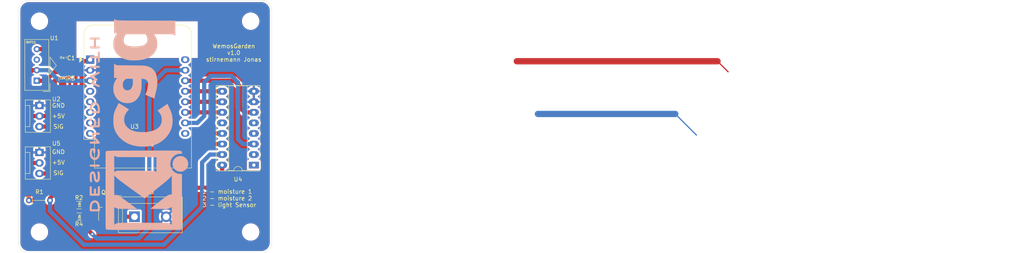
<source format=kicad_pcb>
(kicad_pcb (version 20211014) (generator pcbnew)
  (layers (0 "F.Cu" signal) (31 "B.Cu" signal) (34 "B.Paste" user) (35 "F.Paste" user) (36 "B.SilkS" user "B.Silkscreen") (37 "F.SilkS" user "F.Silkscreen") (38 "B.Mask" user) (39 "F.Mask" user) (44 "Edge.Cuts" user))
  (net 0 "")
  (net 1 "Net-(C1-Pad1)")
  (net 2 "Net-(C1-Pad2)")
  (net 3 "/SCL")
  (net 4 "/SDA")
  (net 5 "Net-(J3-Pad1)")
  (net 6 "GND")
  (net 7 "/WaterPump")
  (net 8 "+5V")
  (net 9 "/LightOut")
  (net 10 "/IO_DHT")
  (net 11 "/Moisture1")
  (net 12 "/AnalogInput")
  (net 13 "/A")
  (net 14 "/B")
  (net 15 "/C")
  (net 16 "/inh")
  (net 17 "/Moisture2")
  (footprint "Capacitor_SMD:C_0805_2012Metric_Pad1.15x1.40mm_HandSolder" (layer "F.Cu") (at 127.127 85.48 90)
    (fp_text reference "C1" (at -0.118 1.905 180) (layer "F.SilkS"))
    (fp_text value "1u")
    (pad "1" smd roundrect locked (at -1.025 0 90) (size 1.15 1.4) (layers "F.Cu" "F.Paste" "F.Mask") (roundrect_rratio 0.2173913043) (net 1 "Net-(C1-Pad1)"))
    (pad "2" smd roundrect locked (at 1.025 0 90) (size 1.15 1.4) (layers "F.Cu" "F.Paste" "F.Mask") (roundrect_rratio 0.2173913043) (net 2 "Net-(C1-Pad2)"))
  )
  (footprint "Package_TO_SOT_SMD:SOT-23_Handsoldering" (layer "F.Cu") (at 137.226 122.325 90)
    (fp_text reference "Q1" (at 4.342 0.061 180) (layer "F.SilkS"))
    (fp_text value "NTR4003NT1G")
    (pad "1" smd rect locked (at -1.5 -0.95 90) (size 1.9 0.8) (layers "F.Cu" "F.Paste" "F.Mask") (net 7 "/WaterPump"))
    (pad "2" smd rect locked (at -1.5 0.95 90) (size 1.9 0.8) (layers "F.Cu" "F.Paste" "F.Mask") (net 5 "Net-(J3-Pad1)"))
    (pad "3" smd rect locked (at 1.5 0 90) (size 1.9 0.8) (layers "F.Cu" "F.Paste" "F.Mask") (net 8 "+5V"))
  )
  (footprint "Resistor_THT:R_Axial_DIN0204_L3.6mm_D1.6mm_P5.08mm_Vertical" (layer "F.Cu") (at 118.872 119.888)
    (fp_text reference "R1" (at 2.54 -2.032 180) (layer "F.SilkS"))
    (fp_text value "PHOTO.R")
    (pad "1" thru_hole circle locked (at 0 0) (size 1.4 1.4) (drill 0.7) (layers *.Cu *.Mask) (net 8 "+5V"))
    (pad "2" thru_hole oval locked (at 5.08 0) (size 1.4 1.4) (drill 0.7) (layers *.Cu *.Mask) (net 9 "/LightOut"))
  )
  (footprint "Resistor_SMD:R_1206_3216Metric_Pad1.42x1.75mm_HandSolder" (layer "F.Cu") (at 130.937 121.031 180)
    (fp_text reference "R2" (at 0 1.778 180) (layer "F.SilkS"))
    (fp_text value "10k")
    (pad "1" smd roundrect locked (at -1.4875 0 180) (size 1.425 1.75) (layers "F.Cu" "F.Paste" "F.Mask") (roundrect_rratio 0.1754392982) (net 9 "/LightOut"))
    (pad "2" smd roundrect locked (at 1.4875 0 180) (size 1.425 1.75) (layers "F.Cu" "F.Paste" "F.Mask") (roundrect_rratio 0.1754392982) (net 6 "GND"))
  )
  (footprint "Resistor_SMD:R_1206_3216Metric_Pad1.42x1.75mm_HandSolder" (layer "F.Cu") (at 127 90.4605 -90)
    (fp_text reference "R3" (at 0 -2.032) (layer "F.SilkS"))
    (fp_text value "10k")
    (pad "1" smd roundrect locked (at -1.4875 0 270) (size 1.425 1.75) (layers "F.Cu" "F.Paste" "F.Mask") (roundrect_rratio 0.1754392982) (net 1 "Net-(C1-Pad1)"))
    (pad "2" smd roundrect locked (at 1.4875 0 270) (size 1.425 1.75) (layers "F.Cu" "F.Paste" "F.Mask") (roundrect_rratio 0.1754392982) (net 10 "/IO_DHT"))
  )
  (footprint "Resistor_SMD:R_1206_3216Metric_Pad1.42x1.75mm_HandSolder" (layer "F.Cu") (at 130.9735 123.825 180)
    (fp_text reference "R4" (at 0.0365 -1.778 180) (layer "F.SilkS"))
    (fp_text value "10k")
    (pad "1" smd roundrect locked (at -1.4875 0 180) (size 1.425 1.75) (layers "F.Cu" "F.Paste" "F.Mask") (roundrect_rratio 0.1754392982) (net 7 "/WaterPump"))
    (pad "2" smd roundrect locked (at 1.4875 0 180) (size 1.425 1.75) (layers "F.Cu" "F.Paste" "F.Mask") (roundrect_rratio 0.1754392982) (net 6 "GND"))
  )
  (footprint "Sensor:Aosong_DHT11_5.5x12.0_P2.54mm" (layer "F.Cu") (at 120.777 91.059 180)
    (fp_text reference "U1" (at -4.191 10.287 180) (layer "F.SilkS"))
    (fp_text value "DHT11")
    (pad "1" thru_hole rect locked (at 0 0 180) (size 1.5 1.5) (drill 0.8) (layers *.Cu *.Mask) (net 1 "Net-(C1-Pad1)"))
    (pad "2" thru_hole circle locked (at 0 2.54 180) (size 1.5 1.5) (drill 0.8) (layers *.Cu *.Mask) (net 10 "/IO_DHT"))
    (pad "3" thru_hole circle locked (at 0 5.08 180) (size 1.5 1.5) (drill 0.8) (layers *.Cu *.Mask))
    (pad "4" thru_hole circle locked (at 0 7.62 180) (size 1.5 1.5) (drill 0.8) (layers *.Cu *.Mask) (net 2 "Net-(C1-Pad2)"))
  )
  (footprint "Connectorss:Fan_Pin_Header_Straight_1x03" (layer "F.Cu") (at 121.412 97.028)
    (fp_text reference "U2" (at 4.064 -1.524) (layer "F.SilkS"))
    (fp_text value "MoistSensor")
    (pad "1" thru_hole rect locked (at 0 0) (size 2.03 1.73) (drill 1.02) (layers *.Cu *.Mask) (net 6 "GND"))
    (pad "2" thru_hole oval locked (at 0 2.54) (size 2.03 1.73) (drill 1.02) (layers *.Cu *.Mask) (net 8 "+5V"))
    (pad "3" thru_hole oval locked (at 0 5.08) (size 2.03 1.73) (drill 1.02) (layers *.Cu *.Mask) (net 11 "/Moisture1"))
  )
  (footprint "Module:WEMOS_D1_mini_light" (layer "F.Cu") (at 133.604 85.979)
    (fp_text reference "U3" (at 10.668 16.129) (layer "F.SilkS"))
    (fp_text value "WeMos_mini")
    (pad "1" thru_hole rect locked (at 0 0) (size 2 2) (drill 1) (layers *.Cu *.Mask) (net 8 "+5V"))
    (pad "2" thru_hole oval locked (at 0 2.54) (size 2 1.6) (drill 1) (layers *.Cu *.Mask) (net 6 "GND"))
    (pad "3" thru_hole oval locked (at 0 5.08) (size 2 1.6) (drill 1) (layers *.Cu *.Mask) (net 10 "/IO_DHT"))
    (pad "4" thru_hole oval locked (at 0 7.62) (size 2 1.6) (drill 1) (layers *.Cu *.Mask))
    (pad "5" thru_hole oval locked (at 0 10.16) (size 2 1.6) (drill 1) (layers *.Cu *.Mask) (net 3 "/SCL"))
    (pad "6" thru_hole oval locked (at 0 12.7) (size 2 1.6) (drill 1) (layers *.Cu *.Mask) (net 4 "/SDA"))
    (pad "7" thru_hole oval locked (at 0 15.24) (size 2 1.6) (drill 1) (layers *.Cu *.Mask))
    (pad "8" thru_hole oval locked (at 0 17.78) (size 2 1.6) (drill 1) (layers *.Cu *.Mask))
    (pad "9" thru_hole oval locked (at 22.86 17.78) (size 2 1.6) (drill 1) (layers *.Cu *.Mask))
    (pad "10" thru_hole oval locked (at 22.86 15.24) (size 2 1.6) (drill 1) (layers *.Cu *.Mask) (net 12 "/AnalogInput"))
    (pad "11" thru_hole oval locked (at 22.86 12.7) (size 2 1.6) (drill 1) (layers *.Cu *.Mask) (net 13 "/A"))
    (pad "12" thru_hole oval locked (at 22.86 10.16) (size 2 1.6) (drill 1) (layers *.Cu *.Mask) (net 14 "/B"))
    (pad "13" thru_hole oval locked (at 22.86 7.62) (size 2 1.6) (drill 1) (layers *.Cu *.Mask) (net 15 "/C"))
    (pad "14" thru_hole oval locked (at 22.86 5.08) (size 2 1.6) (drill 1) (layers *.Cu *.Mask) (net 16 "/inh"))
    (pad "15" thru_hole oval locked (at 22.86 2.54) (size 2 1.6) (drill 1) (layers *.Cu *.Mask) (net 7 "/WaterPump"))
    (pad "16" thru_hole oval locked (at 22.86 0) (size 2 1.6) (drill 1) (layers *.Cu *.Mask))
  )
  (footprint "Package_DIP:DIP-16_W7.62mm_Socket_LongPads" (layer "F.Cu") (at 172.974 111.379 180)
    (fp_text reference "U4" (at 3.81 -3.429 180) (layer "F.SilkS"))
    (fp_text value "4051")
    (pad "1" thru_hole rect locked (at 0 0 180) (size 2.4 1.6) (drill 0.8) (layers *.Cu *.Mask))
    (pad "2" thru_hole oval locked (at 0 2.54 180) (size 2.4 1.6) (drill 0.8) (layers *.Cu *.Mask))
    (pad "3" thru_hole oval locked (at 0 5.08 180) (size 2.4 1.6) (drill 0.8) (layers *.Cu *.Mask) (net 12 "/AnalogInput"))
    (pad "4" thru_hole oval locked (at 0 7.62 180) (size 2.4 1.6) (drill 0.8) (layers *.Cu *.Mask))
    (pad "5" thru_hole oval locked (at 0 10.16 180) (size 2.4 1.6) (drill 0.8) (layers *.Cu *.Mask))
    (pad "6" thru_hole oval locked (at 0 12.7 180) (size 2.4 1.6) (drill 0.8) (layers *.Cu *.Mask) (net 16 "/inh"))
    (pad "7" thru_hole oval locked (at 0 15.24 180) (size 2.4 1.6) (drill 0.8) (layers *.Cu *.Mask) (net 6 "GND"))
    (pad "8" thru_hole oval locked (at 0 17.78 180) (size 2.4 1.6) (drill 0.8) (layers *.Cu *.Mask) (net 6 "GND"))
    (pad "9" thru_hole oval locked (at 7.62 17.78 180) (size 2.4 1.6) (drill 0.8) (layers *.Cu *.Mask) (net 15 "/C"))
    (pad "10" thru_hole oval locked (at 7.62 15.24 180) (size 2.4 1.6) (drill 0.8) (layers *.Cu *.Mask) (net 14 "/B"))
    (pad "11" thru_hole oval locked (at 7.62 12.7 180) (size 2.4 1.6) (drill 0.8) (layers *.Cu *.Mask) (net 13 "/A"))
    (pad "12" thru_hole oval locked (at 7.62 10.16 180) (size 2.4 1.6) (drill 0.8) (layers *.Cu *.Mask))
    (pad "13" thru_hole oval locked (at 7.62 7.62 180) (size 2.4 1.6) (drill 0.8) (layers *.Cu *.Mask) (net 11 "/Moisture1"))
    (pad "14" thru_hole oval locked (at 7.62 5.08 180) (size 2.4 1.6) (drill 0.8) (layers *.Cu *.Mask) (net 17 "/Moisture2"))
    (pad "15" thru_hole oval locked (at 7.62 2.54 180) (size 2.4 1.6) (drill 0.8) (layers *.Cu *.Mask) (net 9 "/LightOut"))
    (pad "16" thru_hole oval locked (at 7.62 0 180) (size 2.4 1.6) (drill 0.8) (layers *.Cu *.Mask) (net 8 "+5V"))
  )
  (footprint "Connectorss:Fan_Pin_Header_Straight_1x03" (layer "F.Cu") (at 121.412 108.331)
    (fp_text reference "U5" (at 4.064 -2.159) (layer "F.SilkS"))
    (fp_text value "MoistSensor")
    (pad "1" thru_hole rect locked (at 0 0) (size 2.03 1.73) (drill 1.02) (layers *.Cu *.Mask) (net 6 "GND"))
    (pad "2" thru_hole oval locked (at 0 2.54) (size 2.03 1.73) (drill 1.02) (layers *.Cu *.Mask) (net 8 "+5V"))
    (pad "3" thru_hole oval locked (at 0 5.08) (size 2.03 1.73) (drill 1.02) (layers *.Cu *.Mask) (net 17 "/Moisture2"))
  )
  (footprint "TerminalBlock:TerminalBlock_Wuerth_691311400102_P7.62mm" (layer "F.Cu") (at 144.272 123.825)
    (fp_text reference "J3" (at 3.81 -6) (layer "F.SilkS"))
    (fp_text value "Screw_Terminal_01x02")
    (pad "1" thru_hole rect locked (at 0 0) (size 2.54 2.54) (drill 1.6) (layers *.Cu *.Mask) (net 5 "Net-(J3-Pad1)"))
    (pad "2" thru_hole circle locked (at 7.62 0) (size 2.54 2.54) (drill 1.6) (layers *.Cu *.Mask) (net 6 "GND"))
  )
  (footprint "MountingHole:MountingHole_3.2mm_M3" (layer "F.Cu") (at 172.212 127.508)
    (fp_text reference "REF**" hide)
    (fp_text value "MountingHole_3.2mm_M3")
    (pad "" np_thru_hole circle locked (at 0 0) (size 3.2 3.2) (drill 3.2) (layers *.Cu *.Mask))
  )
  (footprint "MountingHole:MountingHole_3.2mm_M3" (layer "F.Cu") (at 121.412 127.508)
    (fp_text reference "REF**" hide)
    (fp_text value "MountingHole_3.2mm_M3")
    (pad "" np_thru_hole circle locked (at 0 0) (size 3.2 3.2) (drill 3.2) (layers *.Cu *.Mask))
  )
  (footprint "MountingHole:MountingHole_3.2mm_M3" (layer "F.Cu") (at 121.412 76.708)
    (fp_text reference "REF**" hide)
    (fp_text value "MountingHole_3.2mm_M3")
    (pad "" np_thru_hole circle locked (at 0 0) (size 3.2 3.2) (drill 3.2) (layers *.Cu *.Mask))
  )
  (footprint "MountingHole:MountingHole_3.2mm_M3" (layer "F.Cu") (at 172.212 76.708)
    (fp_text reference "REF**" hide)
    (fp_text value "MountingHole_3.2mm_M3")
    (pad "" np_thru_hole circle locked (at 0 0) (size 3.2 3.2) (drill 3.2) (layers *.Cu *.Mask))
  )
  (footprint "Symbol:KiCad-Logo2_20mm_SilkScreen" (layer "B.Cu") (at 147.32 101.6 90)
    (fp_text reference "REF**" hide)
    (fp_text value "KiCad-Logo2_20mm_SilkScreen" hide)
  )
  (gr_line (start 123.952 89.408) (end 123.952 85.344) (layer "F.SilkS") (width 0.12))
  (gr_line (start 125.476 87.376) (end 123.952 89.408) (layer "F.SilkS") (width 0.12))
  (gr_line (start 123.952 85.344) (end 125.476 87.376) (layer "F.SilkS") (width 0.12))
  (gr_line (start 177.292 74.168) (end 177.292 130.048) (layer "Edge.Cuts") (width 0.05))
  (gr_arc (start 174.752 71.628) (mid 176.548051 72.371949) (end 177.292 74.168) (layer "Edge.Cuts") (width 0.05))
  (gr_arc (start 177.292 130.048) (mid 176.548051 131.844051) (end 174.752 132.588) (layer "Edge.Cuts") (width 0.05))
  (gr_line (start 118.872 132.588) (end 174.752 132.588) (layer "Edge.Cuts") (width 0.05))
  (gr_arc (start 118.872 132.588) (mid 117.075949 131.844051) (end 116.332 130.048) (layer "Edge.Cuts") (width 0.05))
  (gr_arc (start 116.332 74.168) (mid 117.075949 72.371949) (end 118.872 71.628) (layer "Edge.Cuts") (width 0.05))
  (gr_line (start 116.332 130.048) (end 116.332 74.168) (layer "Edge.Cuts") (width 0.05))
  (gr_line (start 118.872 71.628) (end 174.752 71.628) (layer "Edge.Cuts") (width 0.05))
  (gr_text "+5V\n" (at 125.984 110.744) (layer "F.SilkS") (effects (font (size 1 1))))
  (gr_text "GND" (at 125.984 108.204) (layer "F.SilkS") (effects (font (size 1 1))))
  (gr_text "SIG\n" (at 125.984 113.284) (layer "F.SilkS") (effects (font (size 1 1))))
  (gr_text "10k\n" (at 131.064 123.952 90) (layer "F.SilkS") (effects (font (size 0.5 0.5) (thickness 0.125))))
  (gr_text "10k\n" (at 127 90.424) (layer "F.SilkS") (effects (font (size 0.5 0.5) (thickness 0.125))))
  (gr_text "1u\n\n" (at 127 85.852) (layer "F.SilkS") (effects (font (size 0.5 0.5) (thickness 0.125))))
  (gr_text "GND" (at 125.984 97.028) (layer "F.SilkS") (effects (font (size 1 1))))
  (gr_text "+5V\n" (at 125.984 99.568) (layer "F.SilkS") (effects (font (size 1 1))))
  (gr_text "SIG\n" (at 125.984 102.108) (layer "F.SilkS") (effects (font (size 1 1))))
  (gr_text "WemosGarden\nv1.0\nstirnemann Jonas\n" (at 168.148 84.328) (layer "F.SilkS") (effects (font (size 1 1))))
  (gr_text "10k\n" (at 131.064 120.904 90) (layer "F.SilkS") (effects (font (size 0.5 0.5) (thickness 0.125))))
  (gr_text "DHT11\n" (at 119.38 81.788) (layer "F.SilkS") (effects (font (size 0.5 0.5) (thickness 0.125))))
  (gr_text "1 - moisture 1\n2 - moisture 2\n3 - light Sensor\n" (at 160.528 119.38) (layer "F.SilkS") (effects (font (size 1 1)) (justify left)))
  (segment (start 236.22 86.36) (end 284.48 86.36) (width 1.524) (layer "F.Cu") (net 0))
  (segment (start 284.48 86.36) (end 287.02 88.9) (width 0.3048) (layer "F.Cu") (net 0))
  (segment (start 241.3 99.06) (end 274.32 99.06) (width 1.524) (layer "B.Cu") (net 0))
  (segment (start 274.32 99.06) (end 279.4 104.14) (width 0.3048) (layer "B.Cu") (net 0))
  (segment (start 127.127 88.846) (end 127 88.973) (width 1.016) (layer "F.Cu") (net 1))
  (segment (start 120.777 91.059) (end 122.936 91.059) (width 1.016) (layer "F.Cu") (net 1))
  (segment (start 122.936 91.059) (end 125.022 88.973) (width 1.016) (layer "F.Cu") (net 1))
  (segment (start 125.022 88.973) (end 127 88.973) (width 1.016) (layer "F.Cu") (net 1))
  (segment (start 127.127 86.505) (end 127.127 88.846) (width 1.016) (layer "F.Cu") (net 1))
  (segment (start 126.111 83.439) (end 127.127 84.455) (width 1.016) (layer "F.Cu") (net 2))
  (segment (start 120.777 83.439) (end 126.111 83.439) (width 1.016) (layer "F.Cu") (net 2))
  (segment (start 144.272 123.825) (end 138.176 123.825) (width 1.016) (layer "F.Cu") (net 5))
  (segment (start 134.239 123.825) (end 136.276 123.825) (width 1.016) (layer "F.Cu") (net 7))
  (segment (start 132.461 126.365) (end 132.461 123.825) (width 1.016) (layer "F.Cu") (net 7))
  (segment (start 134.112 128.016) (end 132.461 126.365) (width 1.016) (layer "F.Cu") (net 7))
  (segment (start 132.461 123.825) (end 134.239 123.825) (width 1.016) (layer "F.Cu") (net 7))
  (via (at 134.112 128.016) (size 0.8) (drill 0.4) (layers "F.Cu" "B.Cu") (net 7))
  (segment (start 147.828 126.492) (end 145.288 129.032) (width 1.016) (layer "B.Cu") (net 7))
  (segment (start 156.464 88.519) (end 151.765 88.519) (width 1.016) (layer "B.Cu") (net 7))
  (segment (start 147.828 92.456) (end 147.828 126.492) (width 1.016) (layer "B.Cu") (net 7))
  (segment (start 151.765 88.519) (end 147.828 92.456) (width 1.016) (layer "B.Cu") (net 7))
  (segment (start 145.288 129.032) (end 135.128 129.032) (width 1.016) (layer "B.Cu") (net 7))
  (segment (start 135.128 129.032) (end 134.112 128.016) (width 1.016) (layer "B.Cu") (net 7))
  (segment (start 118.872 119.888) (end 119.888 119.888) (width 1.016) (layer "F.Cu") (net 8))
  (segment (start 119.381 110.871) (end 121.412 110.871) (width 1.016) (layer "F.Cu") (net 8))
  (segment (start 118.364 118.390051) (end 118.364 100.585) (width 1.016) (layer "F.Cu") (net 8))
  (segment (start 121.412 99.568) (end 119.381 99.568) (width 1.016) (layer "F.Cu") (net 8))
  (segment (start 118.364 110.744) (end 118.49 110.87) (width 1.016) (layer "F.Cu") (net 8))
  (segment (start 118.872 119.888) (end 118.872 118.898051) (width 1.016) (layer "F.Cu") (net 8))
  (segment (start 118.364 100.585) (end 118.364 110.744) (width 1.016) (layer "F.Cu") (net 8))
  (segment (start 135.636 116.84) (end 137.226 116.84) (width 1.016) (layer "F.Cu") (net 8))
  (segment (start 119.38 110.87) (end 119.381 110.871) (width 1.016) (layer "F.Cu") (net 8))
  (segment (start 162.56 116.84) (end 135.636 116.84) (width 1.016) (layer "F.Cu") (net 8))
  (segment (start 122.936 116.84) (end 135.636 116.84) (width 1.016) (layer "F.Cu") (net 8))
  (segment (start 119.381 99.568) (end 118.364 100.585) (width 1.016) (layer "F.Cu") (net 8))
  (segment (start 130.048 88.392) (end 132.13399 86.30601) (width 1.016) (layer "F.Cu") (net 8))
  (segment (start 119.888 119.888) (end 122.936 116.84) (width 1.016) (layer "F.Cu") (net 8))
  (segment (start 127 99.568) (end 130.048 96.52) (width 1.016) (layer "F.Cu") (net 8))
  (segment (start 165.354 111.379) (end 165.354 114.046) (width 1.016) (layer "F.Cu") (net 8))
  (segment (start 118.872 118.898051) (end 118.364 118.390051) (width 1.016) (layer "F.Cu") (net 8))
  (segment (start 121.412 99.568) (end 127 99.568) (width 1.016) (layer "F.Cu") (net 8))
  (segment (start 165.354 114.046) (end 162.56 116.84) (width 1.016) (layer "F.Cu") (net 8))
  (segment (start 118.49 110.87) (end 119.38 110.87) (width 1.016) (layer "F.Cu") (net 8))
  (segment (start 137.226 116.84) (end 137.226 120.825) (width 1.016) (layer "F.Cu") (net 8))
  (segment (start 132.13399 86.30601) (end 133.604 86.30601) (width 1.016) (layer "F.Cu") (net 8))
  (segment (start 130.048 96.52) (end 130.048 88.392) (width 1.016) (layer "F.Cu") (net 8))
  (segment (start 123.952 119.38) (end 124.968 118.364) (width 1.016) (layer "F.Cu") (net 9))
  (segment (start 123.952 119.888) (end 123.952 119.38) (width 1.016) (layer "F.Cu") (net 9))
  (segment (start 132.4245 118.7085) (end 132.4245 121.031) (width 1.016) (layer "F.Cu") (net 9))
  (segment (start 124.968 118.364) (end 132.08 118.364) (width 1.016) (layer "F.Cu") (net 9))
  (segment (start 132.08 118.364) (end 132.4245 118.7085) (width 1.016) (layer "F.Cu") (net 9))
  (segment (start 123.952 122.428) (end 123.952 119.888) (width 1.016) (layer "B.Cu") (net 9))
  (segment (start 160.528 121.412) (end 151.384 130.556) (width 1.016) (layer "B.Cu") (net 9))
  (segment (start 151.384 130.556) (end 132.08 130.556) (width 1.016) (layer "B.Cu") (net 9))
  (segment (start 162.433 108.839) (end 160.528 110.744) (width 1.016) (layer "B.Cu") (net 9))
  (segment (start 132.08 130.556) (end 123.952 122.428) (width 1.016) (layer "B.Cu") (net 9))
  (segment (start 160.528 110.744) (end 160.528 121.412) (width 1.016) (layer "B.Cu") (net 9))
  (segment (start 165.354 108.839) (end 162.433 108.839) (width 1.016) (layer "B.Cu") (net 9))
  (segment (start 119.71634 88.519) (end 118.364 89.87134) (width 1.016) (layer "F.Cu") (net 10))
  (segment (start 120.777 88.519) (end 119.71634 88.519) (width 1.016) (layer "F.Cu") (net 10))
  (segment (start 118.364 89.87134) (end 118.364 92.964) (width 1.016) (layer "F.Cu") (net 10))
  (segment (start 127 92.964) (end 127 91.948) (width 1.016) (layer "F.Cu") (net 10))
  (segment (start 119.38 93.98) (end 125.984 93.98) (width 1.016) (layer "F.Cu") (net 10))
  (segment (start 125.984 93.98) (end 127 92.964) (width 1.016) (layer "F.Cu") (net 10))
  (segment (start 118.364 92.964) (end 119.38 93.98) (width 1.016) (layer "F.Cu") (net 10))
  (segment (start 126.111 91.059) (end 123.571 88.519) (width 1.016) (layer "B.Cu") (net 10))
  (segment (start 133.604 91.059) (end 126.111 91.059) (width 1.016) (layer "B.Cu") (net 10))
  (segment (start 123.571 88.519) (end 120.777 88.519) (width 1.016) (layer "B.Cu") (net 10))
  (segment (start 129.539999 106.171999) (end 158.808303 106.171999) (width 1.016) (layer "F.Cu") (net 11))
  (segment (start 125.476 102.108) (end 129.539999 106.171999) (width 1.016) (layer "F.Cu") (net 11))
  (segment (start 158.808303 106.171999) (end 161.221302 103.759) (width 1.016) (layer "F.Cu") (net 11))
  (segment (start 121.412 102.108) (end 125.476 102.108) (width 1.016) (layer "F.Cu") (net 11))
  (segment (start 163.138 103.759) (end 165.354 103.759) (width 1.016) (layer "F.Cu") (net 11))
  (segment (start 161.221302 103.759) (end 163.138 103.759) (width 1.016) (layer "F.Cu") (net 11))
  (segment (start 169.164 91.44) (end 169.164 105.156) (width 1.016) (layer "B.Cu") (net 12))
  (segment (start 159.385 101.219) (end 161.036 99.568) (width 1.016) (layer "B.Cu") (net 12))
  (segment (start 156.464 101.219) (end 159.385 101.219) (width 1.016) (layer "B.Cu") (net 12))
  (segment (start 161.036 99.568) (end 161.036 91.44) (width 1.016) (layer "B.Cu") (net 12))
  (segment (start 170.307 106.299) (end 172.974 106.299) (width 1.016) (layer "B.Cu") (net 12))
  (segment (start 161.036 91.44) (end 162.56 89.916) (width 1.016) (layer "B.Cu") (net 12))
  (segment (start 162.56 89.916) (end 167.64 89.916) (width 1.016) (layer "B.Cu") (net 12))
  (segment (start 169.164 105.156) (end 170.307 106.299) (width 1.016) (layer "B.Cu") (net 12))
  (segment (start 167.64 89.916) (end 169.164 91.44) (width 1.016) (layer "B.Cu") (net 12))
  (segment (start 156.464 98.679) (end 165.354 98.679) (width 1.016) (layer "F.Cu") (net 13))
  (segment (start 156.464 96.139) (end 165.354 96.139) (width 1.016) (layer "F.Cu") (net 14))
  (segment (start 156.464 93.599) (end 165.354 93.599) (width 1.016) (layer "F.Cu") (net 15))
  (segment (start 170.758 98.679) (end 172.974 98.679) (width 1.016) (layer "F.Cu") (net 16))
  (segment (start 169.672 97.593) (end 170.758 98.679) (width 1.016) (layer "F.Cu") (net 16))
  (segment (start 156.464 91.059) (end 168.275 91.059) (width 1.016) (layer "F.Cu") (net 16))
  (segment (start 169.672 92.456) (end 169.672 97.593) (width 1.016) (layer "F.Cu") (net 16))
  (segment (start 168.275 91.059) (end 169.672 92.456) (width 1.016) (layer "F.Cu") (net 16))
  (segment (start 121.412 113.411) (end 123.443 113.411) (width 1.016) (layer "F.Cu") (net 17))
  (segment (start 123.443 113.411) (end 129.46599 107.38801) (width 1.016) (layer "F.Cu") (net 17))
  (segment (start 160.401 106.299) (end 165.354 106.299) (width 1.016) (layer "F.Cu") (net 17))
  (segment (start 129.46599 107.38801) (end 159.31199 107.38801) (width 1.016) (layer "F.Cu") (net 17))
  (segment (start 159.31199 107.38801) (end 160.401 106.299) (width 1.016) (layer "F.Cu") (net 17))
  (zone (net 6) (net_name "GND") (layer "F.Cu") (connect_pads (clearance 0.508)) (min_thickness 0.254) (fill yes (thermal_gap 0.508) (thermal_bridge_width 0.508))
    (polygon (pts (xy 116.332 71.628) (xy 177.292 71.628) (xy 177.292 132.588) (xy 116.332 132.588)))
  )
  (zone (net 0) (net_name "") (layers F&B.Cu) (connect_pads (clearance 0)) (min_thickness 0.254)
    (keepout (tracks not_allowed) (vias not_allowed) (pads allowed) (copperpour not_allowed) (footprints allowed))
    (fill (thermal_gap 0.508) (thermal_bridge_width 0.508))
    (polygon (pts (xy 159.512 76.708) (xy 130.302 76.708) (xy 130.302 85.598) (xy 159.512 85.598)))
  )
  (zone (net 6) (net_name "GND") (layer "B.Cu") (connect_pads (clearance 0.508)) (min_thickness 0.254) (fill yes (thermal_gap 0.508) (thermal_bridge_width 0.508))
    (polygon (pts (xy 177.292 71.628) (xy 177.292 132.588) (xy 116.332 132.588) (xy 116.332 71.628)))
  )
  (zone (net 0) (net_name "") (layer "B.Cu") (connect_pads (clearance 0)) (min_thickness 0.254)
    (keepout (tracks not_allowed) (vias not_allowed) (pads allowed) (copperpour not_allowed) (footprints allowed))
    (fill (thermal_gap 0.508) (thermal_bridge_width 0.508))
    (polygon (pts (xy 159.512 76.708) (xy 130.302 76.708) (xy 130.302 85.598) (xy 159.512 85.598)))
  )
)
</source>
